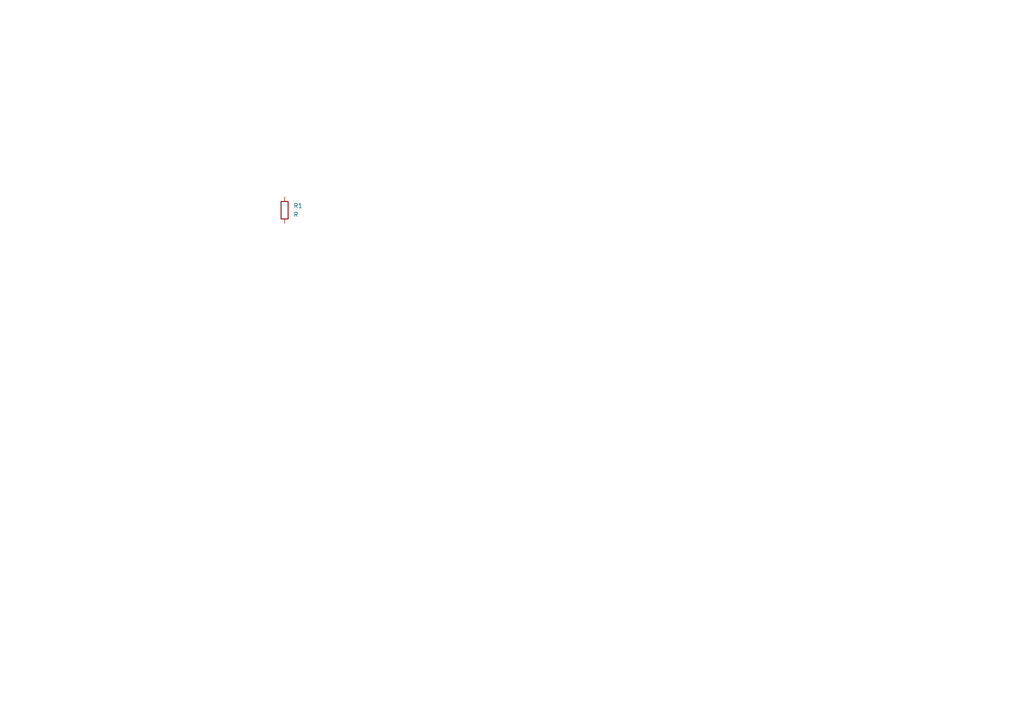
<source format=kicad_sch>
(kicad_sch (version 20211123) (generator eeschema)
  (paper "A4")
  (lib_symbols
    (symbol "Device:R" (pin_numbers hide) (pin_names (offset 0))
      (property "Reference" "R" (at 2.032 0 90))
      (property "Value" "R" (at 0 0 90))
      (symbol "R_0_1"
        (rectangle (start -1.016 -2.54) (end 1.016 2.54) (stroke (width 0.254)))
      )
      (symbol "R_1_1"
        (pin passive line (at 0 3.81 270) (length 1.27) (name "~") (number "1"))
        (pin passive line (at 0 -3.81 90) (length 1.27) (name "~") (number "2"))
      )
    )
  )
  (symbol (lib_id "Device:R") (at 82.55 60.96 0) (unit 1)
    (property "Reference" "R1" (at 85.09 59.6899 0) (effects (justify left)))
    (property "Value" "R" (at 85.09 62.2299 0) (effects (justify left)))
  )
)
</source>
